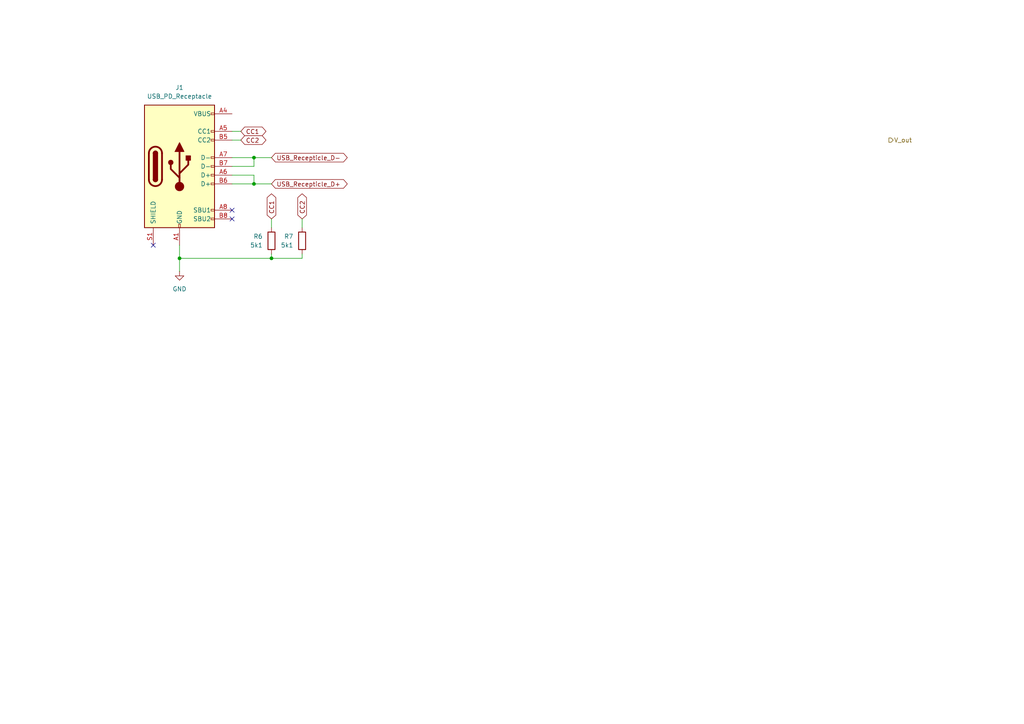
<source format=kicad_sch>
(kicad_sch (version 20231120) (generator "eeschema") (generator_version "8.0")
  (paper "A4")
  (lib_symbols
    (symbol "Connector:USB_C_Receptacle_USB2.0" (pin_names (offset 1.016))
      (property "Reference" "J" (at -10.16 19.05 0))
      (property "Value" "USB_C_Receptacle_USB2.0" (at 19.05 19.05 0))
      (symbol "USB_C_Receptacle_USB2.0_0_0"
        (rectangle (start -0.254 -17.78) (end 0.254 -16.764))
        (rectangle (start 10.16 -14.986) (end 9.144 -15.494))
        (rectangle (start 10.16 -12.446) (end 9.144 -12.954))
        (rectangle (start 10.16 -4.826) (end 9.144 -5.334))
        (rectangle (start 10.16 -2.286) (end 9.144 -2.794))
        (rectangle (start 10.16 0.254) (end 9.144 -0.254))
        (rectangle (start 10.16 2.794) (end 9.144 2.286))
        (rectangle (start 10.16 7.874) (end 9.144 7.366))
        (rectangle (start 10.16 10.414) (end 9.144 9.906))
        (rectangle (start 10.16 15.494) (end 9.144 14.986))
      )
      (symbol "USB_C_Receptacle_USB2.0_0_1"
        (rectangle (start -10.16 17.78) (end 10.16 -17.78) (stroke (width 0.254)) (fill (type background)))
        (arc (start -8.89 -3.81) (mid -6.985 -5.7067) (end -5.08 -3.81) (stroke (width 0.508)))
        (arc (start -7.62 -3.81) (mid -6.985 -4.4423) (end -6.35 -3.81) (stroke (width 0.254)))
        (arc (start -7.62 -3.81) (mid -6.985 -4.4423) (end -6.35 -3.81) (stroke (width 0.254)) (fill (type outline)))
        (rectangle (start -7.62 -3.81) (end -6.35 3.81) (stroke (width 0.254)) (fill (type outline)))
        (arc (start -6.35 3.81) (mid -6.985 4.4423) (end -7.62 3.81) (stroke (width 0.254)))
        (arc (start -6.35 3.81) (mid -6.985 4.4423) (end -7.62 3.81) (stroke (width 0.254)) (fill (type outline)))
        (arc (start -5.08 3.81) (mid -6.985 5.7067) (end -8.89 3.81) (stroke (width 0.508)))
        (circle (center -2.54 1.143) (radius 0.635) (stroke (width 0.254)) (fill (type outline)))
        (circle (center 0 -5.842) (radius 1.27) (fill (type outline)))
        (polyline (pts (xy -8.89 -3.81) (xy -8.89 3.81)) (stroke (width 0.508)))
        (polyline (pts (xy -5.08 3.81) (xy -5.08 -3.81)) (stroke (width 0.508)))
        (polyline (pts (xy 0 -5.842) (xy 0 4.318)) (stroke (width 0.508)))
        (polyline (pts (xy 0 -3.302) (xy -2.54 -0.762) (xy -2.54 0.508)) (stroke (width 0.508)))
        (polyline (pts (xy 0 -2.032) (xy 2.54 0.508) (xy 2.54 1.778)) (stroke (width 0.508)))
        (polyline (pts (xy -1.27 4.318) (xy 0 6.858) (xy 1.27 4.318) (xy -1.27 4.318)) (stroke (width 0.254)) (fill (type outline)))
        (rectangle (start 1.905 1.778) (end 3.175 3.048) (stroke (width 0.254)) (fill (type outline)))
      )
      (symbol "USB_C_Receptacle_USB2.0_1_1"
        (pin passive line (at 0 -22.86 90) (length 5.08) (name "GND") (number "A1"))
        (pin passive line (at 0 -22.86 90) (length 5.08) hide (name "GND") (number "A12"))
        (pin passive line (at 15.24 15.24 180) (length 5.08) (name "VBUS") (number "A4"))
        (pin bidirectional line (at 15.24 10.16 180) (length 5.08) (name "CC1") (number "A5"))
        (pin bidirectional line (at 15.24 -2.54 180) (length 5.08) (name "D+") (number "A6"))
        (pin bidirectional line (at 15.24 2.54 180) (length 5.08) (name "D-") (number "A7"))
        (pin bidirectional line (at 15.24 -12.7 180) (length 5.08) (name "SBU1") (number "A8"))
        (pin passive line (at 15.24 15.24 180) (length 5.08) hide (name "VBUS") (number "A9"))
        (pin passive line (at 0 -22.86 90) (length 5.08) hide (name "GND") (number "B1"))
        (pin passive line (at 0 -22.86 90) (length 5.08) hide (name "GND") (number "B12"))
        (pin passive line (at 15.24 15.24 180) (length 5.08) hide (name "VBUS") (number "B4"))
        (pin bidirectional line (at 15.24 7.62 180) (length 5.08) (name "CC2") (number "B5"))
        (pin bidirectional line (at 15.24 -5.08 180) (length 5.08) (name "D+") (number "B6"))
        (pin bidirectional line (at 15.24 0 180) (length 5.08) (name "D-") (number "B7"))
        (pin bidirectional line (at 15.24 -15.24 180) (length 5.08) (name "SBU2") (number "B8"))
        (pin passive line (at 15.24 15.24 180) (length 5.08) hide (name "VBUS") (number "B9"))
        (pin passive line (at -7.62 -22.86 90) (length 5.08) (name "SHIELD") (number "S1"))
      )
    )
    (symbol "Device:R" (pin_numbers hide) (pin_names (offset 0))
      (property "Reference" "R" (at 2.032 0 90))
      (property "Value" "R" (at 0 0 90))
      (symbol "R_0_1"
        (rectangle (start -1.016 -2.54) (end 1.016 2.54) (stroke (width 0.254)))
      )
      (symbol "R_1_1"
        (pin passive line (at 0 3.81 270) (length 1.27) (name "~") (number "1"))
        (pin passive line (at 0 -3.81 90) (length 1.27) (name "~") (number "2"))
      )
    )
    (symbol "power:GND" (power) (pin_numbers hide) (pin_names (offset 0) hide)
      (property "Value" "GND" (at 0 -3.81 0))
      (symbol "GND_0_1"
        (polyline (pts (xy 0 0) (xy 0 -1.27) (xy 1.27 -1.27) (xy 0 -2.54) (xy -1.27 -1.27) (xy 0 -1.27)))
      )
      (symbol "GND_1_1"
        (pin power_in line (at 0 0 270) (length 0) (name "~") (number "1"))
      )
    )
  )
  (junction (at 78.74 74.93))
  (junction (at 73.66 53.34))
  (junction (at 73.66 45.72))
  (junction (at 52.07 74.93))
  (no_connect (at 67.31 60.96))
  (no_connect (at 44.45 71.12))
  (no_connect (at 67.31 63.5))
  (wire (pts (xy 69.85 38.1) (xy 67.31 38.1)))
  (wire (pts (xy 87.63 63.5) (xy 87.63 66.04)))
  (wire (pts (xy 87.63 73.66) (xy 87.63 74.93)))
  (wire (pts (xy 78.74 73.66) (xy 78.74 74.93)))
  (wire (pts (xy 52.07 74.93) (xy 78.74 74.93)))
  (wire (pts (xy 52.07 74.93) (xy 52.07 78.74)))
  (wire (pts (xy 78.74 45.72) (xy 73.66 45.72)))
  (wire (pts (xy 78.74 63.5) (xy 78.74 66.04)))
  (wire (pts (xy 73.66 53.34) (xy 67.31 53.34)))
  (wire (pts (xy 67.31 50.8) (xy 73.66 50.8)))
  (wire (pts (xy 87.63 74.93) (xy 78.74 74.93)))
  (wire (pts (xy 73.66 45.72) (xy 67.31 45.72)))
  (wire (pts (xy 67.31 48.26) (xy 73.66 48.26)))
  (wire (pts (xy 73.66 45.72) (xy 73.66 48.26)))
  (wire (pts (xy 52.07 71.12) (xy 52.07 74.93)))
  (wire (pts (xy 73.66 50.8) (xy 73.66 53.34)))
  (wire (pts (xy 73.66 53.34) (xy 78.74 53.34)))
  (wire (pts (xy 69.85 40.64) (xy 67.31 40.64)))
  (global_label "CC1" (shape bidirectional) (at 69.85 38.1 0) (property "Intersheetrefs" "${INTERSHEET_REFS}" (effects (hide yes))))
  (global_label "CC2" (shape bidirectional) (at 69.85 40.64 0) (property "Intersheetrefs" "${INTERSHEET_REFS}" (effects (hide yes))))
  (global_label "USB_Recepticle_D+" (shape bidirectional) (at 78.74 53.34 0) (property "Intersheetrefs" "${INTERSHEET_REFS}" (effects (hide yes))))
  (global_label "USB_Recepticle_D-" (shape bidirectional) (at 78.74 45.72 0) (property "Intersheetrefs" "${INTERSHEET_REFS}" (effects (hide yes))))
  (global_label "CC2" (shape bidirectional) (at 87.63 63.5 90) (property "Intersheetrefs" "${INTERSHEET_REFS}" (effects (hide yes))))
  (global_label "CC1" (shape bidirectional) (at 78.74 63.5 90) (property "Intersheetrefs" "${INTERSHEET_REFS}" (effects (hide yes))))
  (hierarchical_label "V_out" (shape output) (at 257.81 40.64 0))
  (symbol (lib_id "power:GND") (at 52.07 78.74 0) (mirror y) (unit 1)
    (property "Reference" "#PWR04" (effects (hide yes)))
    (property "Value" "GND" (at 52.07 83.82 0))
  )
  (symbol (lib_id "Connector:USB_C_Receptacle_USB2.0") (at 52.07 48.26 0) (unit 1)
    (property "Reference" "J1" (at 52.07 25.4 0))
    (property "Value" "USB_PD_Receptacle" (at 52.07 27.94 0))
    (property "Footprint" "Prj_Connectors_USB:USB_C_Receptacle_SHOU_HAN_TYPE_C_16P_CB1.6_073" (effects (hide yes)))
    (property "Datasheet" "https://www.usb.org/sites/default/files/documents/usb_type-c.zip" (effects (hide yes)))
  )
  (symbol (lib_id "Device:R") (at 78.74 69.85 0) (mirror y) (unit 1)
    (property "Reference" "R6" (at 76.2 68.5799 0) (effects (justify left)))
    (property "Value" "5k1" (at 76.2 71.1199 0) (effects (justify left)))
    (property "Footprint" "Resistor_SMD:R_0402_1005Metric_Pad0.72x0.64mm_HandSolder" (effects (hide yes)))
  )
  (symbol (lib_id "Device:R") (at 87.63 69.85 0) (mirror y) (unit 1)
    (property "Reference" "R7" (at 85.09 68.5799 0) (effects (justify left)))
    (property "Value" "5k1" (at 85.09 71.1199 0) (effects (justify left)))
    (property "Footprint" "Resistor_SMD:R_0402_1005Metric_Pad0.72x0.64mm_HandSolder" (effects (hide yes)))
  )
)
</source>
